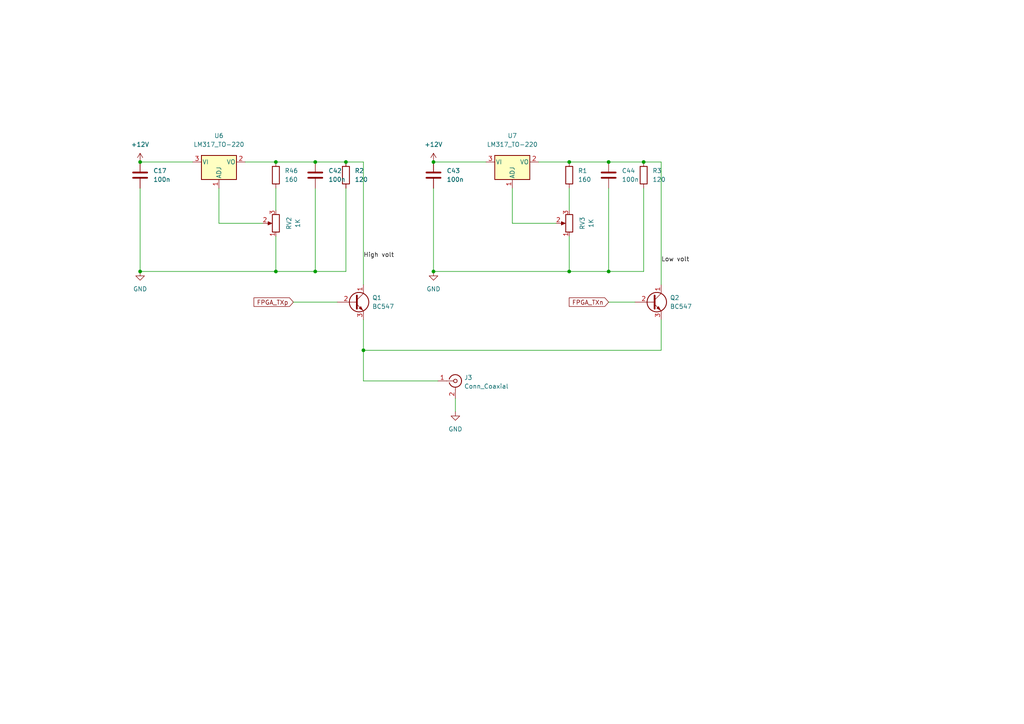
<source format=kicad_sch>
(kicad_sch (version 20211123) (generator eeschema)
  (paper "A4")
  (lib_symbols
    (symbol "Connector:Conn_Coaxial" (pin_names (offset 1.016) hide)
      (property "Reference" "J" (at 0.254 3.048 0))
      (property "Value" "Conn_Coaxial" (at 2.921 0 90))
      (symbol "Conn_Coaxial_0_1"
        (arc (start -1.778 -0.508) (mid 0.2311 -1.8066) (end 1.778 0) (stroke (width 0.254)))
        (polyline (pts (xy -2.54 0) (xy -0.508 0)))
        (polyline (pts (xy 0 -2.54) (xy 0 -1.778)))
        (circle (center 0 0) (radius 0.508) (stroke (width 0.2032)))
        (arc (start 1.778 0) (mid 0.2099 1.8101) (end -1.778 0.508) (stroke (width 0.254)))
      )
      (symbol "Conn_Coaxial_1_1"
        (pin passive line (at -5.08 0 0) (length 2.54) (name "In") (number "1"))
        (pin passive line (at 0 -5.08 90) (length 2.54) (name "Ext") (number "2"))
      )
    )
    (symbol "Device:C" (pin_numbers hide) (pin_names (offset 0.254))
      (property "Reference" "C" (at 0.635 2.54 0))
      (property "Value" "C" (at 0.635 -2.54 0))
      (symbol "C_0_1"
        (polyline (pts (xy -2.032 -0.762) (xy 2.032 -0.762)) (stroke (width 0.508)))
        (polyline (pts (xy -2.032 0.762) (xy 2.032 0.762)) (stroke (width 0.508)))
      )
      (symbol "C_1_1"
        (pin passive line (at 0 3.81 270) (length 2.794) (name "~") (number "1"))
        (pin passive line (at 0 -3.81 90) (length 2.794) (name "~") (number "2"))
      )
    )
    (symbol "Device:R" (pin_numbers hide) (pin_names (offset 0))
      (property "Reference" "R" (at 2.032 0 90))
      (property "Value" "R" (at 0 0 90))
      (symbol "R_0_1"
        (rectangle (start -1.016 -2.54) (end 1.016 2.54) (stroke (width 0.254)))
      )
      (symbol "R_1_1"
        (pin passive line (at 0 3.81 270) (length 1.27) (name "~") (number "1"))
        (pin passive line (at 0 -3.81 90) (length 1.27) (name "~") (number "2"))
      )
    )
    (symbol "Device:R_Potentiometer" (pin_names (offset 1.016) hide)
      (property "Reference" "RV" (at -4.445 0 90))
      (property "Value" "R_Potentiometer" (at -2.54 0 90))
      (symbol "R_Potentiometer_0_1"
        (polyline (pts (xy 2.54 0) (xy 1.524 0)))
        (polyline (pts (xy 1.143 0) (xy 2.286 0.508) (xy 2.286 -0.508) (xy 1.143 0)) (fill (type outline)))
        (rectangle (start 1.016 2.54) (end -1.016 -2.54) (stroke (width 0.254)))
      )
      (symbol "R_Potentiometer_1_1"
        (pin passive line (at 0 3.81 270) (length 1.27) (name "1") (number "1"))
        (pin passive line (at 3.81 0 180) (length 1.27) (name "2") (number "2"))
        (pin passive line (at 0 -3.81 90) (length 1.27) (name "3") (number "3"))
      )
    )
    (symbol "Regulator_Linear:LM317_TO-220" (pin_names (offset 0.254))
      (property "Reference" "U" (at -3.81 3.175 0))
      (property "Value" "LM317_TO-220" (at 0 3.175 0))
      (symbol "LM317_TO-220_0_1"
        (rectangle (start -5.08 1.905) (end 5.08 -5.08) (stroke (width 0.254)) (fill (type background)))
      )
      (symbol "LM317_TO-220_1_1"
        (pin input line (at 0 -7.62 90) (length 2.54) (name "ADJ") (number "1"))
        (pin power_out line (at 7.62 0 180) (length 2.54) (name "VO") (number "2"))
        (pin power_in line (at -7.62 0 0) (length 2.54) (name "VI") (number "3"))
      )
    )
    (symbol "Transistor_BJT:BC547" (pin_names (offset 0) hide)
      (property "Reference" "Q" (at 5.08 1.905 0))
      (property "Value" "BC547" (at 5.08 0 0))
      (symbol "BC547_0_1"
        (polyline (pts (xy 0 0) (xy 0.635 0)))
        (polyline (pts (xy 0.635 0.635) (xy 2.54 2.54)))
        (polyline (pts (xy 0.635 -0.635) (xy 2.54 -2.54) (xy 2.54 -2.54)))
        (polyline (pts (xy 0.635 1.905) (xy 0.635 -1.905) (xy 0.635 -1.905)) (stroke (width 0.508)))
        (polyline (pts (xy 1.27 -1.778) (xy 1.778 -1.27) (xy 2.286 -2.286) (xy 1.27 -1.778) (xy 1.27 -1.778)) (fill (type outline)))
        (circle (center 1.27 0) (radius 2.8194) (stroke (width 0.254)))
      )
      (symbol "BC547_1_1"
        (pin passive line (at 2.54 5.08 270) (length 2.54) (name "C") (number "1"))
        (pin input line (at -5.08 0 0) (length 5.08) (name "B") (number "2"))
        (pin passive line (at 2.54 -5.08 90) (length 2.54) (name "E") (number "3"))
      )
    )
    (symbol "power:+12V" (power) (pin_names (offset 0))
      (property "Value" "+12V" (at 0 3.556 0))
      (symbol "+12V_0_1"
        (polyline (pts (xy -0.762 1.27) (xy 0 2.54)))
        (polyline (pts (xy 0 0) (xy 0 2.54)))
        (polyline (pts (xy 0 2.54) (xy 0.762 1.27)))
      )
      (symbol "+12V_1_1"
        (pin power_in line (at 0 0 90) (length 0) hide (name "+12V") (number "1"))
      )
    )
    (symbol "power:GND" (power) (pin_names (offset 0))
      (property "Value" "GND" (at 0 -3.81 0))
      (symbol "GND_0_1"
        (polyline (pts (xy 0 0) (xy 0 -1.27) (xy 1.27 -1.27) (xy 0 -2.54) (xy -1.27 -1.27) (xy 0 -1.27)))
      )
      (symbol "GND_1_1"
        (pin power_in line (at 0 0 270) (length 0) hide (name "GND") (number "1"))
      )
    )
  )
  (junction (at 125.73 46.99))
  (junction (at 91.44 78.74))
  (junction (at 165.1 46.99))
  (junction (at 165.1 78.74))
  (junction (at 80.01 78.74))
  (junction (at 40.64 78.74))
  (junction (at 100.33 46.99))
  (junction (at 40.64 46.99))
  (junction (at 91.44 46.99))
  (junction (at 176.53 78.74))
  (junction (at 176.53 46.99))
  (junction (at 186.69 46.99))
  (junction (at 125.73 78.74))
  (junction (at 80.01 46.99))
  (junction (at 105.41 101.6))
  (wire (pts (xy 105.41 101.6) (xy 191.77 101.6)))
  (wire (pts (xy 105.41 110.49) (xy 127 110.49)))
  (wire (pts (xy 156.21 46.99) (xy 165.1 46.99)))
  (wire (pts (xy 186.69 78.74) (xy 176.53 78.74)))
  (wire (pts (xy 80.01 78.74) (xy 91.44 78.74)))
  (wire (pts (xy 80.01 68.58) (xy 80.01 78.74)))
  (wire (pts (xy 165.1 68.58) (xy 165.1 78.74)))
  (wire (pts (xy 91.44 46.99) (xy 100.33 46.99)))
  (wire (pts (xy 71.12 46.99) (xy 80.01 46.99)))
  (wire (pts (xy 80.01 60.96) (xy 80.01 54.61)))
  (wire (pts (xy 165.1 46.99) (xy 176.53 46.99)))
  (wire (pts (xy 165.1 78.74) (xy 176.53 78.74)))
  (wire (pts (xy 105.41 101.6) (xy 105.41 110.49)))
  (wire (pts (xy 191.77 92.71) (xy 191.77 101.6)))
  (wire (pts (xy 161.29 64.77) (xy 148.59 64.77)))
  (wire (pts (xy 125.73 46.99) (xy 140.97 46.99)))
  (wire (pts (xy 91.44 54.61) (xy 91.44 78.74)))
  (wire (pts (xy 176.53 54.61) (xy 176.53 78.74)))
  (wire (pts (xy 40.64 78.74) (xy 80.01 78.74)))
  (wire (pts (xy 105.41 46.99) (xy 105.41 82.55)))
  (wire (pts (xy 100.33 46.99) (xy 105.41 46.99)))
  (wire (pts (xy 100.33 54.61) (xy 100.33 78.74)))
  (wire (pts (xy 125.73 78.74) (xy 165.1 78.74)))
  (wire (pts (xy 105.41 92.71) (xy 105.41 101.6)))
  (wire (pts (xy 125.73 54.61) (xy 125.73 78.74)))
  (wire (pts (xy 100.33 78.74) (xy 91.44 78.74)))
  (wire (pts (xy 40.64 54.61) (xy 40.64 78.74)))
  (wire (pts (xy 186.69 46.99) (xy 176.53 46.99)))
  (wire (pts (xy 132.08 119.38) (xy 132.08 115.57)))
  (wire (pts (xy 76.2 64.77) (xy 63.5 64.77)))
  (wire (pts (xy 80.01 46.99) (xy 91.44 46.99)))
  (wire (pts (xy 85.09 87.63) (xy 97.79 87.63)))
  (wire (pts (xy 176.53 87.63) (xy 184.15 87.63)))
  (wire (pts (xy 148.59 54.61) (xy 148.59 64.77)))
  (wire (pts (xy 191.77 46.99) (xy 186.69 46.99)))
  (wire (pts (xy 63.5 54.61) (xy 63.5 64.77)))
  (wire (pts (xy 40.64 46.99) (xy 55.88 46.99)))
  (wire (pts (xy 191.77 46.99) (xy 191.77 82.55)))
  (wire (pts (xy 165.1 60.96) (xy 165.1 54.61)))
  (wire (pts (xy 186.69 54.61) (xy 186.69 78.74)))
  (label "Low volt" (at 191.77 76.2 0))
  (label "High volt" (at 105.41 74.93 0))
  (global_label "FPGA_TXp" (shape input) (at 85.09 87.63 180) (property "Intersheet References" "${INTERSHEET_REFS}" (effects hide)))
  (global_label "FPGA_TXn" (shape input) (at 176.53 87.63 180) (property "Intersheet References" "${INTERSHEET_REFS}" (effects hide)))
  (symbol (lib_id "Device:C") (at 176.53 50.8 0) (unit 1)
    (property "Reference" "C44" (at 180.34 49.5299 0) (effects (justify left)))
    (property "Value" "100n" (at 180.34 52.0699 0) (effects (justify left)))
    (property "Footprint" "Capacitor_SMD:C_0805_2012Metric_Pad1.18x1.45mm_HandSolder" (effects hide))
    (property "Source" "L3 store" (effects hide))
  )
  (symbol (lib_id "Regulator_Linear:LM317_TO-220") (at 63.5 46.99 0) (unit 1)
    (property "Reference" "U6" (at 63.5 39.37 0))
    (property "Value" "LM317_TO-220" (at 63.5 41.91 0))
    (property "Footprint" "Package_TO_SOT_THT:TO-220-3_Vertical" (effects hide))
    (property "Datasheet" "http://www.ti.com/lit/ds/symlink/lm317.pdf" (effects hide))
  )
  (symbol (lib_id "power:+12V") (at 40.64 46.99 0) (unit 1)
    (property "Reference" "#PWR0104" (effects hide))
    (property "Value" "+12V" (at 40.64 41.91 0))
  )
  (symbol (lib_id "Device:C") (at 125.73 50.8 0) (unit 1)
    (property "Reference" "C43" (at 129.54 49.5299 0) (effects (justify left)))
    (property "Value" "100n" (at 129.54 52.0699 0) (effects (justify left)))
    (property "Footprint" "Capacitor_SMD:C_0805_2012Metric_Pad1.18x1.45mm_HandSolder" (effects hide))
    (property "Source" "L3 store" (effects hide))
  )
  (symbol (lib_id "Connector:Conn_Coaxial") (at 132.08 110.49 0) (unit 1)
    (property "Reference" "J3" (at 134.62 109.5131 0) (effects (justify left)))
    (property "Value" "Conn_Coaxial" (at 134.62 112.0531 0) (effects (justify left)))
    (property "Footprint" "Connector_Coaxial:SMA_Amphenol_901-144_Vertical" (effects hide))
    (property "Datasheet" " ~" (effects hide))
  )
  (symbol (lib_id "Device:C") (at 91.44 50.8 0) (unit 1)
    (property "Reference" "C42" (at 95.25 49.5299 0) (effects (justify left)))
    (property "Value" "100n" (at 95.25 52.0699 0) (effects (justify left)))
    (property "Footprint" "Capacitor_SMD:C_0805_2012Metric_Pad1.18x1.45mm_HandSolder" (effects hide))
    (property "Source" "L3 store" (effects hide))
  )
  (symbol (lib_id "Device:R") (at 100.33 50.8 180) (unit 1)
    (property "Reference" "R2" (at 102.87 49.5299 0) (effects (justify right)))
    (property "Value" "120" (at 102.87 52.0699 0) (effects (justify right)))
    (property "Footprint" "Resistor_SMD:R_0805_2012Metric_Pad1.20x1.40mm_HandSolder" (effects hide))
  )
  (symbol (lib_id "Device:R") (at 80.01 50.8 180) (unit 1)
    (property "Reference" "R46" (at 82.55 49.5299 0) (effects (justify right)))
    (property "Value" "160" (at 82.55 52.0699 0) (effects (justify right)))
    (property "Footprint" "Resistor_SMD:R_0805_2012Metric_Pad1.20x1.40mm_HandSolder" (effects hide))
  )
  (symbol (lib_id "Device:R_Potentiometer") (at 165.1 64.77 180) (unit 1)
    (property "Reference" "RV3" (at 168.91 64.77 90))
    (property "Value" "1K" (at 171.45 64.77 90))
    (property "Footprint" "Trimmer:T93YB104KT20" (effects hide))
    (property "Source" "https://onecall.farnell.com/vishay/t93yb104kt20/trimmer-pot-100k-23turn-thd/dp/1141422" (effects hide))
  )
  (symbol (lib_id "Regulator_Linear:LM317_TO-220") (at 148.59 46.99 0) (unit 1)
    (property "Reference" "U7" (at 148.59 39.37 0))
    (property "Value" "LM317_TO-220" (at 148.59 41.91 0))
    (property "Footprint" "Package_TO_SOT_THT:TO-220-3_Vertical" (effects hide))
    (property "Datasheet" "http://www.ti.com/lit/ds/symlink/lm317.pdf" (effects hide))
  )
  (symbol (lib_id "Transistor_BJT:BC547") (at 102.87 87.63 0) (unit 1)
    (property "Reference" "Q1" (at 107.95 86.3599 0) (effects (justify left)))
    (property "Value" "BC547" (at 107.95 88.8999 0) (effects (justify left)))
    (property "Footprint" "Package_TO_SOT_THT:TO-92_Inline" (effects hide))
    (property "Datasheet" "https://www.onsemi.com/pub/Collateral/BC550-D.pdf" (effects hide))
  )
  (symbol (lib_id "Transistor_BJT:BC547") (at 189.23 87.63 0) (unit 1)
    (property "Reference" "Q2" (at 194.31 86.3599 0) (effects (justify left)))
    (property "Value" "BC547" (at 194.31 88.8999 0) (effects (justify left)))
    (property "Footprint" "Package_TO_SOT_THT:TO-92_Inline" (effects hide))
    (property "Datasheet" "https://www.onsemi.com/pub/Collateral/BC550-D.pdf" (effects hide))
  )
  (symbol (lib_id "Device:R_Potentiometer") (at 80.01 64.77 180) (unit 1)
    (property "Reference" "RV2" (at 83.82 64.77 90))
    (property "Value" "1K" (at 86.36 64.77 90))
    (property "Footprint" "Trimmer:T93YB104KT20" (effects hide))
    (property "Source" "https://onecall.farnell.com/vishay/t93yb104kt20/trimmer-pot-100k-23turn-thd/dp/1141422" (effects hide))
  )
  (symbol (lib_id "Device:C") (at 40.64 50.8 0) (unit 1)
    (property "Reference" "C17" (at 44.45 49.5299 0) (effects (justify left)))
    (property "Value" "100n" (at 44.45 52.0699 0) (effects (justify left)))
    (property "Footprint" "Capacitor_SMD:C_0805_2012Metric_Pad1.18x1.45mm_HandSolder" (effects hide))
    (property "Source" "L3 store" (effects hide))
  )
  (symbol (lib_id "power:+12V") (at 125.73 46.99 0) (unit 1)
    (property "Reference" "#PWR0103" (effects hide))
    (property "Value" "+12V" (at 125.73 41.91 0))
  )
  (symbol (lib_id "power:GND") (at 125.73 78.74 0) (unit 1)
    (property "Reference" "#PWR0102" (effects hide))
    (property "Value" "GND" (at 125.73 83.82 0))
  )
  (symbol (lib_id "Device:R") (at 186.69 50.8 180) (unit 1)
    (property "Reference" "R3" (at 189.23 49.5299 0) (effects (justify right)))
    (property "Value" "120" (at 189.23 52.0699 0) (effects (justify right)))
    (property "Footprint" "Resistor_SMD:R_0805_2012Metric_Pad1.20x1.40mm_HandSolder" (effects hide))
  )
  (symbol (lib_id "power:GND") (at 40.64 78.74 0) (unit 1)
    (property "Reference" "#PWR0105" (effects hide))
    (property "Value" "GND" (at 40.64 83.82 0))
  )
  (symbol (lib_id "Device:R") (at 165.1 50.8 180) (unit 1)
    (property "Reference" "R1" (at 167.64 49.5299 0) (effects (justify right)))
    (property "Value" "160" (at 167.64 52.0699 0) (effects (justify right)))
    (property "Footprint" "Resistor_SMD:R_0805_2012Metric_Pad1.20x1.40mm_HandSolder" (effects hide))
  )
  (symbol (lib_id "power:GND") (at 132.08 119.38 0) (unit 1)
    (property "Reference" "#PWR021" (effects hide))
    (property "Value" "GND" (at 132.08 124.46 0))
  )
)
</source>
